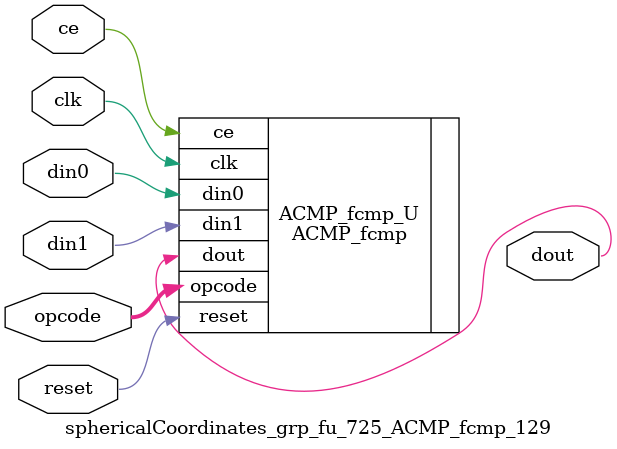
<source format=v>

`timescale 1 ns / 1 ps
module sphericalCoordinates_grp_fu_725_ACMP_fcmp_129(
    clk,
    reset,
    ce,
    din0,
    din1,
    opcode,
    dout);

parameter ID = 32'd1;
parameter NUM_STAGE = 32'd1;
parameter din0_WIDTH = 32'd1;
parameter din1_WIDTH = 32'd1;
parameter dout_WIDTH = 32'd1;
input clk;
input reset;
input ce;
input[din0_WIDTH - 1:0] din0;
input[din1_WIDTH - 1:0] din1;
input[5 - 1:0] opcode;
output[dout_WIDTH - 1:0] dout;



ACMP_fcmp #(
.ID( ID ),
.NUM_STAGE( 3 ),
.din0_WIDTH( din0_WIDTH ),
.din1_WIDTH( din1_WIDTH ),
.dout_WIDTH( dout_WIDTH ))
ACMP_fcmp_U(
    .clk( clk ),
    .reset( reset ),
    .ce( ce ),
    .din0( din0 ),
    .din1( din1 ),
    .dout( dout ),
    .opcode( opcode ));

endmodule

</source>
